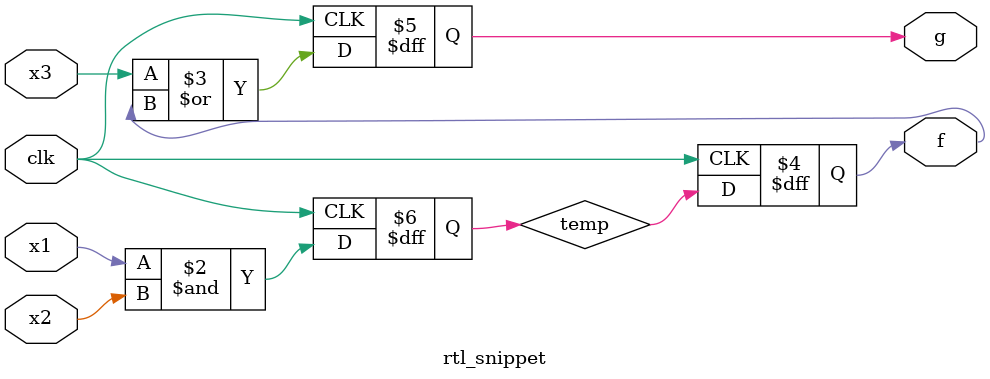
<source format=v>
`timescale 1ns / 1ps


module rtl_snippet(input clk,x1,x2,x3,output reg f,g);
reg temp;
always @(posedge clk) begin
temp<=x1&x2;
f<=temp;
g<=x3|f;
end
endmodule

</source>
